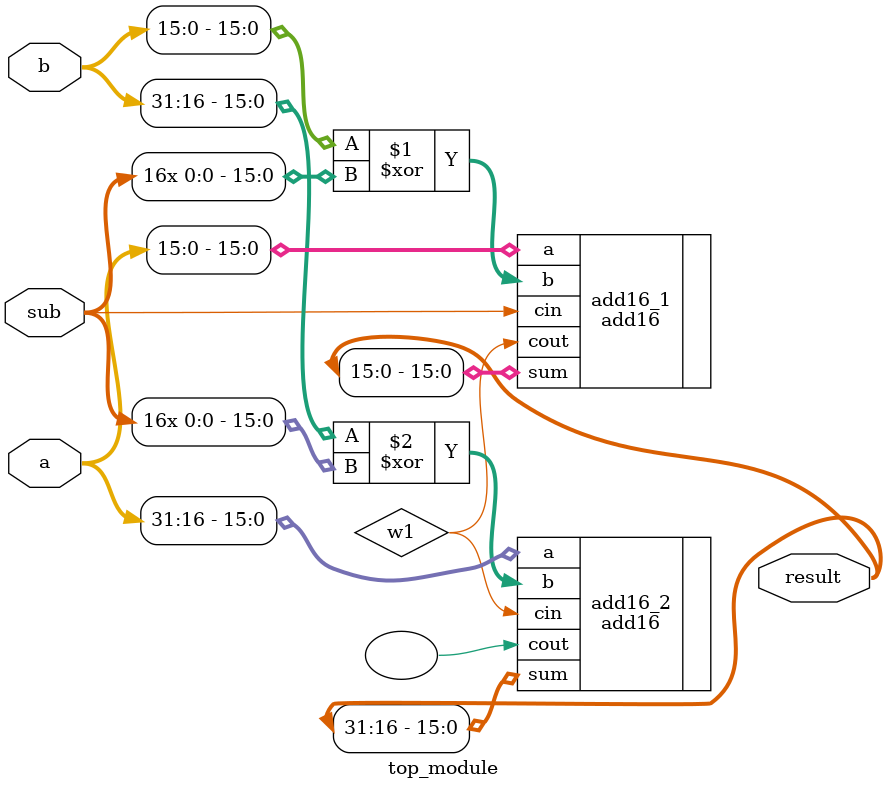
<source format=v>
module top_module(
    input [31:0] a,
    input [31:0] b,
    input sub,
    output [31:0] result
);
    wire w1;
    
    add16 add16_1(
        .a(a[15:0]),
        .b(b[15:0]^{16{sub}}),
        .cin(sub),
        .sum(result[15:0]),
        .cout(w1)
    );
    
    add16 add16_2(
        .a(a[31:16]),
        .b(b[31:16]^{16{sub}}),
        .cin(w1),
        .sum(result[31:16]),
        .cout()
    );

endmodule
</source>
